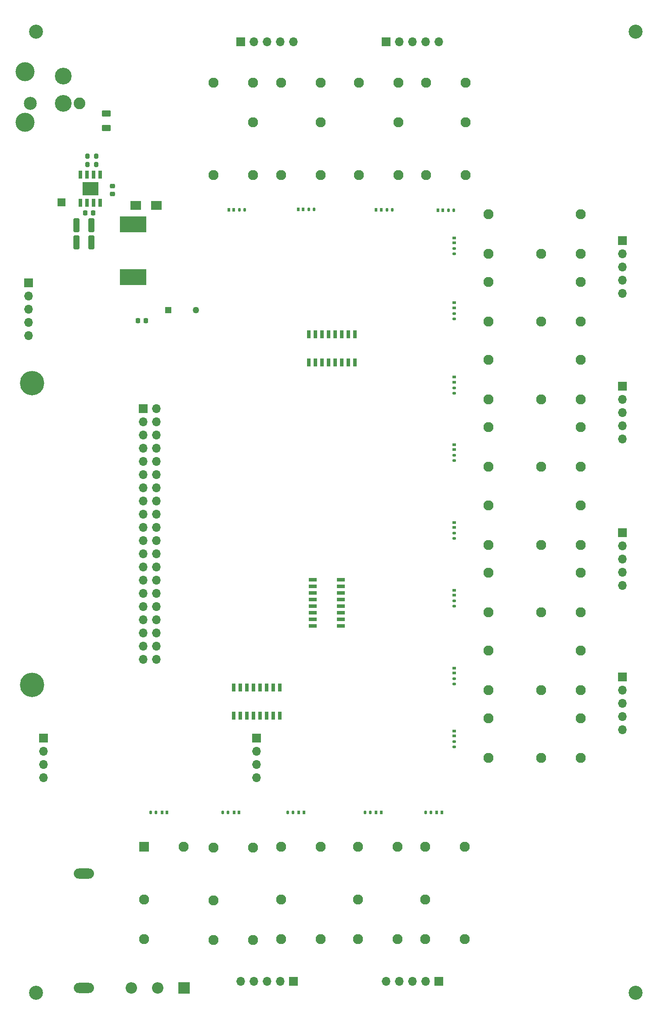
<source format=gts>
G04 #@! TF.GenerationSoftware,KiCad,Pcbnew,(6.0.11)*
G04 #@! TF.CreationDate,2023-07-05T10:17:47+03:00*
G04 #@! TF.ProjectId,Pi Zero_Relay,5069205a-6572-46f5-9f52-656c61792e6b,rev?*
G04 #@! TF.SameCoordinates,Original*
G04 #@! TF.FileFunction,Soldermask,Top*
G04 #@! TF.FilePolarity,Negative*
%FSLAX46Y46*%
G04 Gerber Fmt 4.6, Leading zero omitted, Abs format (unit mm)*
G04 Created by KiCad (PCBNEW (6.0.11)) date 2023-07-05 10:17:47*
%MOMM*%
%LPD*%
G01*
G04 APERTURE LIST*
G04 Aperture macros list*
%AMRoundRect*
0 Rectangle with rounded corners*
0 $1 Rounding radius*
0 $2 $3 $4 $5 $6 $7 $8 $9 X,Y pos of 4 corners*
0 Add a 4 corners polygon primitive as box body*
4,1,4,$2,$3,$4,$5,$6,$7,$8,$9,$2,$3,0*
0 Add four circle primitives for the rounded corners*
1,1,$1+$1,$2,$3*
1,1,$1+$1,$4,$5*
1,1,$1+$1,$6,$7*
1,1,$1+$1,$8,$9*
0 Add four rect primitives between the rounded corners*
20,1,$1+$1,$2,$3,$4,$5,0*
20,1,$1+$1,$4,$5,$6,$7,0*
20,1,$1+$1,$6,$7,$8,$9,0*
20,1,$1+$1,$8,$9,$2,$3,0*%
G04 Aperture macros list end*
%ADD10RoundRect,0.225000X-0.225000X-0.250000X0.225000X-0.250000X0.225000X0.250000X-0.225000X0.250000X0*%
%ADD11C,1.950000*%
%ADD12C,2.700000*%
%ADD13RoundRect,0.135000X-0.135000X-0.185000X0.135000X-0.185000X0.135000X0.185000X-0.135000X0.185000X0*%
%ADD14R,1.700000X1.700000*%
%ADD15O,1.700000X1.700000*%
%ADD16RoundRect,0.135000X0.185000X-0.135000X0.185000X0.135000X-0.185000X0.135000X-0.185000X-0.135000X0*%
%ADD17RoundRect,0.200000X0.200000X0.275000X-0.200000X0.275000X-0.200000X-0.275000X0.200000X-0.275000X0*%
%ADD18R,0.600000X0.700000*%
%ADD19RoundRect,0.135000X0.135000X0.185000X-0.135000X0.185000X-0.135000X-0.185000X0.135000X-0.185000X0*%
%ADD20RoundRect,0.250000X-0.325000X-1.100000X0.325000X-1.100000X0.325000X1.100000X-0.325000X1.100000X0*%
%ADD21R,0.650000X1.525000*%
%ADD22RoundRect,0.200000X-0.200000X-0.275000X0.200000X-0.275000X0.200000X0.275000X-0.200000X0.275000X0*%
%ADD23C,2.500000*%
%ADD24C,2.250000*%
%ADD25C,3.225000*%
%ADD26C,3.660000*%
%ADD27RoundRect,0.225000X0.250000X-0.225000X0.250000X0.225000X-0.250000X0.225000X-0.250000X-0.225000X0*%
%ADD28R,0.700000X0.600000*%
%ADD29R,1.525000X0.650000*%
%ADD30C,4.700000*%
%ADD31R,1.500000X1.500000*%
%ADD32RoundRect,0.250000X-0.625000X0.375000X-0.625000X-0.375000X0.625000X-0.375000X0.625000X0.375000X0*%
%ADD33R,2.020000X1.670000*%
%ADD34O,3.900000X1.950000*%
%ADD35R,3.100000X2.600000*%
%ADD36R,1.950000X1.950000*%
%ADD37R,2.200000X2.200000*%
%ADD38O,2.200000X2.200000*%
%ADD39R,5.100000X3.150000*%
%ADD40R,1.275000X1.275000*%
%ADD41C,1.275000*%
G04 APERTURE END LIST*
D10*
X213550000Y-134900000D03*
X215100000Y-134900000D03*
D11*
X273935000Y-117517500D03*
X266315000Y-109897500D03*
X273935000Y-109897500D03*
X273935000Y-127677500D03*
X266315000Y-127677500D03*
D12*
X204125000Y-285000000D03*
D13*
X267515000Y-250300000D03*
X268535000Y-250300000D03*
D14*
X243545000Y-102000000D03*
D15*
X246085000Y-102000000D03*
X248625000Y-102000000D03*
X251165000Y-102000000D03*
X253705000Y-102000000D03*
D16*
X284725000Y-237725000D03*
X284725000Y-236705000D03*
D11*
X286935000Y-117517500D03*
X279315000Y-109897500D03*
X286935000Y-109897500D03*
X286935000Y-127677500D03*
X279315000Y-127677500D03*
D17*
X215650000Y-124000000D03*
X214000000Y-124000000D03*
D12*
X319625000Y-285000000D03*
D11*
X301482500Y-198810000D03*
X309102500Y-191190000D03*
X309102500Y-198810000D03*
X291322500Y-198810000D03*
X291322500Y-191190000D03*
D10*
X223719577Y-155634332D03*
X225269577Y-155634332D03*
D18*
X229300000Y-250300000D03*
X228350000Y-250300000D03*
D11*
X238315000Y-267210609D03*
X245935000Y-274830609D03*
X238315000Y-274830609D03*
X238315000Y-257050609D03*
X245935000Y-257050609D03*
D19*
X257722500Y-134270000D03*
X256702500Y-134270000D03*
D16*
X284725000Y-182610000D03*
X284725000Y-181590000D03*
D14*
X224750000Y-172600000D03*
D15*
X227290000Y-172600000D03*
X224750000Y-175140000D03*
X227290000Y-175140000D03*
X224750000Y-177680000D03*
X227290000Y-177680000D03*
X224750000Y-180220000D03*
X227290000Y-180220000D03*
X224750000Y-182760000D03*
X227290000Y-182760000D03*
X224750000Y-185300000D03*
X227290000Y-185300000D03*
X224750000Y-187840000D03*
X227290000Y-187840000D03*
X224750000Y-190380000D03*
X227290000Y-190380000D03*
X224750000Y-192920000D03*
X227290000Y-192920000D03*
X224750000Y-195460000D03*
X227290000Y-195460000D03*
X224750000Y-198000000D03*
X227290000Y-198000000D03*
X224750000Y-200540000D03*
X227290000Y-200540000D03*
X224750000Y-203080000D03*
X227290000Y-203080000D03*
X224750000Y-205620000D03*
X227290000Y-205620000D03*
X224750000Y-208160000D03*
X227290000Y-208160000D03*
X224750000Y-210700000D03*
X227290000Y-210700000D03*
X224750000Y-213240000D03*
X227290000Y-213240000D03*
X224750000Y-215780000D03*
X227290000Y-215780000D03*
X224750000Y-218320000D03*
X227290000Y-218320000D03*
X224750000Y-220860000D03*
X227290000Y-220860000D03*
D14*
X253700000Y-282850000D03*
D15*
X251160000Y-282850000D03*
X248620000Y-282850000D03*
X246080000Y-282850000D03*
X243540000Y-282850000D03*
D20*
X211850000Y-140600000D03*
X214800000Y-140600000D03*
D12*
X204125000Y-100000000D03*
D16*
X284725000Y-155285000D03*
X284725000Y-154265000D03*
D18*
X270600000Y-250300000D03*
X269650000Y-250300000D03*
D14*
X317125000Y-196500000D03*
D15*
X317125000Y-199040000D03*
X317125000Y-201580000D03*
X317125000Y-204120000D03*
X317125000Y-206660000D03*
D21*
X251070000Y-226288000D03*
X249800000Y-226288000D03*
X248530000Y-226288000D03*
X247260000Y-226288000D03*
X245990000Y-226288000D03*
X244720000Y-226288000D03*
X243450000Y-226288000D03*
X242180000Y-226288000D03*
X242180000Y-231712000D03*
X243450000Y-231712000D03*
X244720000Y-231712000D03*
X245990000Y-231712000D03*
X247260000Y-231712000D03*
X248530000Y-231712000D03*
X249800000Y-231712000D03*
X251070000Y-231712000D03*
D20*
X211850000Y-137300000D03*
X214800000Y-137300000D03*
D11*
X301482500Y-226810000D03*
X309102500Y-219190000D03*
X309102500Y-226810000D03*
X291322500Y-226810000D03*
X291322500Y-219190000D03*
D16*
X284725000Y-142810000D03*
X284725000Y-141790000D03*
D11*
X245935000Y-117517500D03*
X238315000Y-109897500D03*
X245935000Y-109897500D03*
X245935000Y-127677500D03*
X238315000Y-127677500D03*
D22*
X214000000Y-125600000D03*
X215650000Y-125600000D03*
D23*
X203000000Y-113800000D03*
D24*
X212500000Y-113800000D03*
D25*
X209300000Y-108600000D03*
X209300000Y-113800000D03*
D26*
X202000000Y-117500000D03*
X202000000Y-107700000D03*
D16*
X284725000Y-210635000D03*
X284725000Y-209615000D03*
D14*
X317125000Y-140250000D03*
D15*
X317125000Y-142790000D03*
X317125000Y-145330000D03*
X317125000Y-147870000D03*
X317125000Y-150410000D03*
D18*
X282300000Y-250300000D03*
X281350000Y-250300000D03*
D21*
X256680000Y-163712000D03*
X257950000Y-163712000D03*
X259220000Y-163712000D03*
X260490000Y-163712000D03*
X261760000Y-163712000D03*
X263030000Y-163712000D03*
X264300000Y-163712000D03*
X265570000Y-163712000D03*
X265570000Y-158288000D03*
X264300000Y-158288000D03*
X263030000Y-158288000D03*
X261760000Y-158288000D03*
X260490000Y-158288000D03*
X259220000Y-158288000D03*
X257950000Y-158288000D03*
X256680000Y-158288000D03*
D13*
X240077500Y-250300000D03*
X241097500Y-250300000D03*
D14*
X202625000Y-148400000D03*
D15*
X202625000Y-150940000D03*
X202625000Y-153480000D03*
X202625000Y-156020000D03*
X202625000Y-158560000D03*
D27*
X218825000Y-131275000D03*
X218825000Y-129725000D03*
D13*
X226227500Y-250300000D03*
X227247500Y-250300000D03*
D18*
X241250000Y-134300000D03*
X242200000Y-134300000D03*
D19*
X284642500Y-134370000D03*
X283622500Y-134370000D03*
D28*
X284725000Y-152225000D03*
X284725000Y-153175000D03*
D29*
X257413000Y-205555000D03*
X257413000Y-206825000D03*
X257413000Y-208095000D03*
X257413000Y-209365000D03*
X257413000Y-210635000D03*
X257413000Y-211905000D03*
X257413000Y-213175000D03*
X257413000Y-214445000D03*
X262837000Y-214445000D03*
X262837000Y-213175000D03*
X262837000Y-211905000D03*
X262837000Y-210635000D03*
X262837000Y-209365000D03*
X262837000Y-208095000D03*
X262837000Y-206825000D03*
X262837000Y-205555000D03*
D30*
X203300000Y-167725000D03*
D11*
X251315000Y-267082500D03*
X258935000Y-274702500D03*
X251315000Y-274702500D03*
X251315000Y-256922500D03*
X258935000Y-256922500D03*
X258935000Y-117517500D03*
X251315000Y-109897500D03*
X258935000Y-109897500D03*
X258935000Y-127677500D03*
X251315000Y-127677500D03*
D31*
X209025000Y-132900000D03*
D11*
X279125000Y-267082500D03*
X286745000Y-274702500D03*
X279125000Y-274702500D03*
X279125000Y-256922500D03*
X286745000Y-256922500D03*
D16*
X284725000Y-197597500D03*
X284725000Y-196577500D03*
X284725000Y-225635000D03*
X284725000Y-224615000D03*
D14*
X271550000Y-102000000D03*
D15*
X274090000Y-102000000D03*
X276630000Y-102000000D03*
X279170000Y-102000000D03*
X281710000Y-102000000D03*
D28*
X284725000Y-234625000D03*
X284725000Y-235575000D03*
X284725000Y-166525000D03*
X284725000Y-167475000D03*
D32*
X217625000Y-115800000D03*
X217625000Y-118600000D03*
D11*
X301482500Y-142810000D03*
X309102500Y-135190000D03*
X309102500Y-142810000D03*
X291322500Y-142810000D03*
X291322500Y-135190000D03*
D33*
X223325000Y-133500000D03*
X227325000Y-133500000D03*
D11*
X301482500Y-170810000D03*
X309102500Y-163190000D03*
X309102500Y-170810000D03*
X291322500Y-170810000D03*
X291322500Y-163190000D03*
X301482500Y-239810000D03*
X309102500Y-232190000D03*
X309102500Y-239810000D03*
X291322500Y-239810000D03*
X291322500Y-232190000D03*
D19*
X272722500Y-134300000D03*
X271702500Y-134300000D03*
D18*
X281570000Y-134370000D03*
X282520000Y-134370000D03*
D14*
X205525000Y-236000000D03*
D15*
X205525000Y-238540000D03*
X205525000Y-241080000D03*
X205525000Y-243620000D03*
D18*
X255700000Y-250300000D03*
X254750000Y-250300000D03*
D34*
X213325000Y-262100000D03*
X213325000Y-284100000D03*
D21*
X216455000Y-127538000D03*
X215185000Y-127538000D03*
X213915000Y-127538000D03*
X212645000Y-127538000D03*
X212645000Y-132962000D03*
X213915000Y-132962000D03*
X215185000Y-132962000D03*
X216455000Y-132962000D03*
D35*
X214550000Y-130250000D03*
D14*
X281700000Y-282850000D03*
D15*
X279160000Y-282850000D03*
X276620000Y-282850000D03*
X274080000Y-282850000D03*
X271540000Y-282850000D03*
D11*
X301482500Y-211810000D03*
X309102500Y-204190000D03*
X309102500Y-211810000D03*
X291322500Y-211810000D03*
X291322500Y-204190000D03*
X224925000Y-274680000D03*
X224925000Y-267060000D03*
D36*
X224925000Y-256900000D03*
D11*
X232545000Y-256900000D03*
D28*
X284725000Y-179525000D03*
X284725000Y-180475000D03*
D18*
X254650000Y-134270000D03*
X255600000Y-134270000D03*
D28*
X284725000Y-194525000D03*
X284725000Y-195475000D03*
D37*
X232625000Y-284100000D03*
D38*
X227545000Y-284100000D03*
X222465000Y-284100000D03*
D39*
X222825000Y-137100000D03*
X222825000Y-147300000D03*
D11*
X301482500Y-155810000D03*
X309102500Y-148190000D03*
X309102500Y-155810000D03*
X291322500Y-155810000D03*
X291322500Y-148190000D03*
D28*
X284725000Y-139737500D03*
X284725000Y-140687500D03*
D12*
X319625000Y-100000000D03*
D13*
X279215000Y-250300000D03*
X280235000Y-250300000D03*
D14*
X317125000Y-168250000D03*
D15*
X317125000Y-170790000D03*
X317125000Y-173330000D03*
X317125000Y-175870000D03*
X317125000Y-178410000D03*
D30*
X203300000Y-225725760D03*
D19*
X244335000Y-134300000D03*
X243315000Y-134300000D03*
D28*
X284725000Y-222525000D03*
X284725000Y-223475000D03*
D14*
X246625000Y-236000000D03*
D15*
X246625000Y-238540000D03*
X246625000Y-241080000D03*
X246625000Y-243620000D03*
D11*
X301482500Y-183810000D03*
X309102500Y-176190000D03*
X309102500Y-183810000D03*
X291322500Y-183810000D03*
X291322500Y-176190000D03*
D16*
X284725000Y-169620000D03*
X284725000Y-168600000D03*
D18*
X243187500Y-250300000D03*
X242237500Y-250300000D03*
D13*
X252615000Y-250300000D03*
X253635000Y-250300000D03*
D18*
X269650000Y-134300000D03*
X270600000Y-134300000D03*
D11*
X266125000Y-267110969D03*
X273745000Y-274730969D03*
X266125000Y-274730969D03*
X266125000Y-256950969D03*
X273745000Y-256950969D03*
D28*
X284725000Y-207525000D03*
X284725000Y-208475000D03*
D40*
X229575000Y-153600000D03*
D41*
X234875000Y-153600000D03*
D14*
X317125000Y-224250000D03*
D15*
X317125000Y-226790000D03*
X317125000Y-229330000D03*
X317125000Y-231870000D03*
X317125000Y-234410000D03*
M02*

</source>
